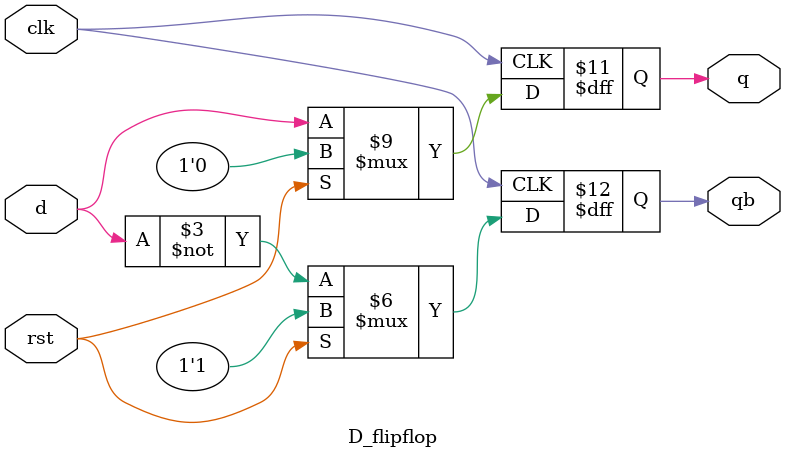
<source format=v>
`timescale 1ns / 1ns
module D_flipflop(clk,rst,d,q,qb);
output reg q,qb;
input clk,rst,d;
	 initial 
	  begin
	   q=1'b0;
	   qb=1'b1;
	  end
	 always@(posedge clk)
	  begin
	   if(rst)
	     begin
	      q=1'b0;
	      qb=~q;
	    end
	  else
	   begin
	    q=d;
	    qb=~q;
	   end
	 end
endmodule




</source>
